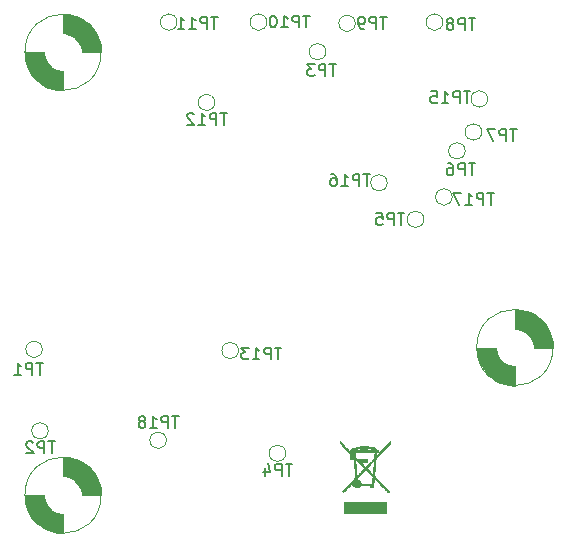
<source format=gbo>
G04 #@! TF.GenerationSoftware,KiCad,Pcbnew,6.0.9-8da3e8f707~116~ubuntu20.04.1*
G04 #@! TF.CreationDate,2023-04-19T18:10:52+00:00*
G04 #@! TF.ProjectId,LEC032002,4c454330-3332-4303-9032-2e6b69636164,rev?*
G04 #@! TF.SameCoordinates,Original*
G04 #@! TF.FileFunction,Legend,Bot*
G04 #@! TF.FilePolarity,Positive*
%FSLAX46Y46*%
G04 Gerber Fmt 4.6, Leading zero omitted, Abs format (unit mm)*
G04 Created by KiCad (PCBNEW 6.0.9-8da3e8f707~116~ubuntu20.04.1) date 2023-04-19 18:10:52*
%MOMM*%
%LPD*%
G01*
G04 APERTURE LIST*
%ADD10C,0.150000*%
%ADD11C,0.120000*%
%ADD12C,0.010000*%
G04 APERTURE END LIST*
D10*
G04 #@! TO.C,TP1*
X161061904Y-105052380D02*
X160490476Y-105052380D01*
X160776190Y-106052380D02*
X160776190Y-105052380D01*
X160157142Y-106052380D02*
X160157142Y-105052380D01*
X159776190Y-105052380D01*
X159680952Y-105100000D01*
X159633333Y-105147619D01*
X159585714Y-105242857D01*
X159585714Y-105385714D01*
X159633333Y-105480952D01*
X159680952Y-105528571D01*
X159776190Y-105576190D01*
X160157142Y-105576190D01*
X158633333Y-106052380D02*
X159204761Y-106052380D01*
X158919047Y-106052380D02*
X158919047Y-105052380D01*
X159014285Y-105195238D01*
X159109523Y-105290476D01*
X159204761Y-105338095D01*
G04 #@! TO.C,TP2*
X162061904Y-111700380D02*
X161490476Y-111700380D01*
X161776190Y-112700380D02*
X161776190Y-111700380D01*
X161157142Y-112700380D02*
X161157142Y-111700380D01*
X160776190Y-111700380D01*
X160680952Y-111748000D01*
X160633333Y-111795619D01*
X160585714Y-111890857D01*
X160585714Y-112033714D01*
X160633333Y-112128952D01*
X160680952Y-112176571D01*
X160776190Y-112224190D01*
X161157142Y-112224190D01*
X160204761Y-111795619D02*
X160157142Y-111748000D01*
X160061904Y-111700380D01*
X159823809Y-111700380D01*
X159728571Y-111748000D01*
X159680952Y-111795619D01*
X159633333Y-111890857D01*
X159633333Y-111986095D01*
X159680952Y-112128952D01*
X160252380Y-112700380D01*
X159633333Y-112700380D01*
G04 #@! TO.C,TP3*
X185861904Y-79752380D02*
X185290476Y-79752380D01*
X185576190Y-80752380D02*
X185576190Y-79752380D01*
X184957142Y-80752380D02*
X184957142Y-79752380D01*
X184576190Y-79752380D01*
X184480952Y-79800000D01*
X184433333Y-79847619D01*
X184385714Y-79942857D01*
X184385714Y-80085714D01*
X184433333Y-80180952D01*
X184480952Y-80228571D01*
X184576190Y-80276190D01*
X184957142Y-80276190D01*
X184052380Y-79752380D02*
X183433333Y-79752380D01*
X183766666Y-80133333D01*
X183623809Y-80133333D01*
X183528571Y-80180952D01*
X183480952Y-80228571D01*
X183433333Y-80323809D01*
X183433333Y-80561904D01*
X183480952Y-80657142D01*
X183528571Y-80704761D01*
X183623809Y-80752380D01*
X183909523Y-80752380D01*
X184004761Y-80704761D01*
X184052380Y-80657142D01*
G04 #@! TO.C,TP4*
X182161904Y-113600380D02*
X181590476Y-113600380D01*
X181876190Y-114600380D02*
X181876190Y-113600380D01*
X181257142Y-114600380D02*
X181257142Y-113600380D01*
X180876190Y-113600380D01*
X180780952Y-113648000D01*
X180733333Y-113695619D01*
X180685714Y-113790857D01*
X180685714Y-113933714D01*
X180733333Y-114028952D01*
X180780952Y-114076571D01*
X180876190Y-114124190D01*
X181257142Y-114124190D01*
X179828571Y-113933714D02*
X179828571Y-114600380D01*
X180066666Y-113552761D02*
X180304761Y-114267047D01*
X179685714Y-114267047D01*
G04 #@! TO.C,TP5*
X191661904Y-92352380D02*
X191090476Y-92352380D01*
X191376190Y-93352380D02*
X191376190Y-92352380D01*
X190757142Y-93352380D02*
X190757142Y-92352380D01*
X190376190Y-92352380D01*
X190280952Y-92400000D01*
X190233333Y-92447619D01*
X190185714Y-92542857D01*
X190185714Y-92685714D01*
X190233333Y-92780952D01*
X190280952Y-92828571D01*
X190376190Y-92876190D01*
X190757142Y-92876190D01*
X189280952Y-92352380D02*
X189757142Y-92352380D01*
X189804761Y-92828571D01*
X189757142Y-92780952D01*
X189661904Y-92733333D01*
X189423809Y-92733333D01*
X189328571Y-92780952D01*
X189280952Y-92828571D01*
X189233333Y-92923809D01*
X189233333Y-93161904D01*
X189280952Y-93257142D01*
X189328571Y-93304761D01*
X189423809Y-93352380D01*
X189661904Y-93352380D01*
X189757142Y-93304761D01*
X189804761Y-93257142D01*
G04 #@! TO.C,TP6*
X197661904Y-88152380D02*
X197090476Y-88152380D01*
X197376190Y-89152380D02*
X197376190Y-88152380D01*
X196757142Y-89152380D02*
X196757142Y-88152380D01*
X196376190Y-88152380D01*
X196280952Y-88200000D01*
X196233333Y-88247619D01*
X196185714Y-88342857D01*
X196185714Y-88485714D01*
X196233333Y-88580952D01*
X196280952Y-88628571D01*
X196376190Y-88676190D01*
X196757142Y-88676190D01*
X195328571Y-88152380D02*
X195519047Y-88152380D01*
X195614285Y-88200000D01*
X195661904Y-88247619D01*
X195757142Y-88390476D01*
X195804761Y-88580952D01*
X195804761Y-88961904D01*
X195757142Y-89057142D01*
X195709523Y-89104761D01*
X195614285Y-89152380D01*
X195423809Y-89152380D01*
X195328571Y-89104761D01*
X195280952Y-89057142D01*
X195233333Y-88961904D01*
X195233333Y-88723809D01*
X195280952Y-88628571D01*
X195328571Y-88580952D01*
X195423809Y-88533333D01*
X195614285Y-88533333D01*
X195709523Y-88580952D01*
X195757142Y-88628571D01*
X195804761Y-88723809D01*
G04 #@! TO.C,TP7*
X201161904Y-85252380D02*
X200590476Y-85252380D01*
X200876190Y-86252380D02*
X200876190Y-85252380D01*
X200257142Y-86252380D02*
X200257142Y-85252380D01*
X199876190Y-85252380D01*
X199780952Y-85300000D01*
X199733333Y-85347619D01*
X199685714Y-85442857D01*
X199685714Y-85585714D01*
X199733333Y-85680952D01*
X199780952Y-85728571D01*
X199876190Y-85776190D01*
X200257142Y-85776190D01*
X199352380Y-85252380D02*
X198685714Y-85252380D01*
X199114285Y-86252380D01*
G04 #@! TO.C,TP8*
X197661904Y-75852380D02*
X197090476Y-75852380D01*
X197376190Y-76852380D02*
X197376190Y-75852380D01*
X196757142Y-76852380D02*
X196757142Y-75852380D01*
X196376190Y-75852380D01*
X196280952Y-75900000D01*
X196233333Y-75947619D01*
X196185714Y-76042857D01*
X196185714Y-76185714D01*
X196233333Y-76280952D01*
X196280952Y-76328571D01*
X196376190Y-76376190D01*
X196757142Y-76376190D01*
X195614285Y-76280952D02*
X195709523Y-76233333D01*
X195757142Y-76185714D01*
X195804761Y-76090476D01*
X195804761Y-76042857D01*
X195757142Y-75947619D01*
X195709523Y-75900000D01*
X195614285Y-75852380D01*
X195423809Y-75852380D01*
X195328571Y-75900000D01*
X195280952Y-75947619D01*
X195233333Y-76042857D01*
X195233333Y-76090476D01*
X195280952Y-76185714D01*
X195328571Y-76233333D01*
X195423809Y-76280952D01*
X195614285Y-76280952D01*
X195709523Y-76328571D01*
X195757142Y-76376190D01*
X195804761Y-76471428D01*
X195804761Y-76661904D01*
X195757142Y-76757142D01*
X195709523Y-76804761D01*
X195614285Y-76852380D01*
X195423809Y-76852380D01*
X195328571Y-76804761D01*
X195280952Y-76757142D01*
X195233333Y-76661904D01*
X195233333Y-76471428D01*
X195280952Y-76376190D01*
X195328571Y-76328571D01*
X195423809Y-76280952D01*
G04 #@! TO.C,TP9*
X190161904Y-75752380D02*
X189590476Y-75752380D01*
X189876190Y-76752380D02*
X189876190Y-75752380D01*
X189257142Y-76752380D02*
X189257142Y-75752380D01*
X188876190Y-75752380D01*
X188780952Y-75800000D01*
X188733333Y-75847619D01*
X188685714Y-75942857D01*
X188685714Y-76085714D01*
X188733333Y-76180952D01*
X188780952Y-76228571D01*
X188876190Y-76276190D01*
X189257142Y-76276190D01*
X188209523Y-76752380D02*
X188019047Y-76752380D01*
X187923809Y-76704761D01*
X187876190Y-76657142D01*
X187780952Y-76514285D01*
X187733333Y-76323809D01*
X187733333Y-75942857D01*
X187780952Y-75847619D01*
X187828571Y-75800000D01*
X187923809Y-75752380D01*
X188114285Y-75752380D01*
X188209523Y-75800000D01*
X188257142Y-75847619D01*
X188304761Y-75942857D01*
X188304761Y-76180952D01*
X188257142Y-76276190D01*
X188209523Y-76323809D01*
X188114285Y-76371428D01*
X187923809Y-76371428D01*
X187828571Y-76323809D01*
X187780952Y-76276190D01*
X187733333Y-76180952D01*
G04 #@! TO.C,TP10*
X183638095Y-75652380D02*
X183066666Y-75652380D01*
X183352380Y-76652380D02*
X183352380Y-75652380D01*
X182733333Y-76652380D02*
X182733333Y-75652380D01*
X182352380Y-75652380D01*
X182257142Y-75700000D01*
X182209523Y-75747619D01*
X182161904Y-75842857D01*
X182161904Y-75985714D01*
X182209523Y-76080952D01*
X182257142Y-76128571D01*
X182352380Y-76176190D01*
X182733333Y-76176190D01*
X181209523Y-76652380D02*
X181780952Y-76652380D01*
X181495238Y-76652380D02*
X181495238Y-75652380D01*
X181590476Y-75795238D01*
X181685714Y-75890476D01*
X181780952Y-75938095D01*
X180590476Y-75652380D02*
X180495238Y-75652380D01*
X180400000Y-75700000D01*
X180352380Y-75747619D01*
X180304761Y-75842857D01*
X180257142Y-76033333D01*
X180257142Y-76271428D01*
X180304761Y-76461904D01*
X180352380Y-76557142D01*
X180400000Y-76604761D01*
X180495238Y-76652380D01*
X180590476Y-76652380D01*
X180685714Y-76604761D01*
X180733333Y-76557142D01*
X180780952Y-76461904D01*
X180828571Y-76271428D01*
X180828571Y-76033333D01*
X180780952Y-75842857D01*
X180733333Y-75747619D01*
X180685714Y-75700000D01*
X180590476Y-75652380D01*
G04 #@! TO.C,TP11*
X175838095Y-75752380D02*
X175266666Y-75752380D01*
X175552380Y-76752380D02*
X175552380Y-75752380D01*
X174933333Y-76752380D02*
X174933333Y-75752380D01*
X174552380Y-75752380D01*
X174457142Y-75800000D01*
X174409523Y-75847619D01*
X174361904Y-75942857D01*
X174361904Y-76085714D01*
X174409523Y-76180952D01*
X174457142Y-76228571D01*
X174552380Y-76276190D01*
X174933333Y-76276190D01*
X173409523Y-76752380D02*
X173980952Y-76752380D01*
X173695238Y-76752380D02*
X173695238Y-75752380D01*
X173790476Y-75895238D01*
X173885714Y-75990476D01*
X173980952Y-76038095D01*
X172457142Y-76752380D02*
X173028571Y-76752380D01*
X172742857Y-76752380D02*
X172742857Y-75752380D01*
X172838095Y-75895238D01*
X172933333Y-75990476D01*
X173028571Y-76038095D01*
G04 #@! TO.C,TP12*
X176638095Y-83900380D02*
X176066666Y-83900380D01*
X176352380Y-84900380D02*
X176352380Y-83900380D01*
X175733333Y-84900380D02*
X175733333Y-83900380D01*
X175352380Y-83900380D01*
X175257142Y-83948000D01*
X175209523Y-83995619D01*
X175161904Y-84090857D01*
X175161904Y-84233714D01*
X175209523Y-84328952D01*
X175257142Y-84376571D01*
X175352380Y-84424190D01*
X175733333Y-84424190D01*
X174209523Y-84900380D02*
X174780952Y-84900380D01*
X174495238Y-84900380D02*
X174495238Y-83900380D01*
X174590476Y-84043238D01*
X174685714Y-84138476D01*
X174780952Y-84186095D01*
X173828571Y-83995619D02*
X173780952Y-83948000D01*
X173685714Y-83900380D01*
X173447619Y-83900380D01*
X173352380Y-83948000D01*
X173304761Y-83995619D01*
X173257142Y-84090857D01*
X173257142Y-84186095D01*
X173304761Y-84328952D01*
X173876190Y-84900380D01*
X173257142Y-84900380D01*
G04 #@! TO.C,TP13*
X181238095Y-103752380D02*
X180666666Y-103752380D01*
X180952380Y-104752380D02*
X180952380Y-103752380D01*
X180333333Y-104752380D02*
X180333333Y-103752380D01*
X179952380Y-103752380D01*
X179857142Y-103800000D01*
X179809523Y-103847619D01*
X179761904Y-103942857D01*
X179761904Y-104085714D01*
X179809523Y-104180952D01*
X179857142Y-104228571D01*
X179952380Y-104276190D01*
X180333333Y-104276190D01*
X178809523Y-104752380D02*
X179380952Y-104752380D01*
X179095238Y-104752380D02*
X179095238Y-103752380D01*
X179190476Y-103895238D01*
X179285714Y-103990476D01*
X179380952Y-104038095D01*
X178476190Y-103752380D02*
X177857142Y-103752380D01*
X178190476Y-104133333D01*
X178047619Y-104133333D01*
X177952380Y-104180952D01*
X177904761Y-104228571D01*
X177857142Y-104323809D01*
X177857142Y-104561904D01*
X177904761Y-104657142D01*
X177952380Y-104704761D01*
X178047619Y-104752380D01*
X178333333Y-104752380D01*
X178428571Y-104704761D01*
X178476190Y-104657142D01*
G04 #@! TO.C,TP16*
X188738095Y-89052380D02*
X188166666Y-89052380D01*
X188452380Y-90052380D02*
X188452380Y-89052380D01*
X187833333Y-90052380D02*
X187833333Y-89052380D01*
X187452380Y-89052380D01*
X187357142Y-89100000D01*
X187309523Y-89147619D01*
X187261904Y-89242857D01*
X187261904Y-89385714D01*
X187309523Y-89480952D01*
X187357142Y-89528571D01*
X187452380Y-89576190D01*
X187833333Y-89576190D01*
X186309523Y-90052380D02*
X186880952Y-90052380D01*
X186595238Y-90052380D02*
X186595238Y-89052380D01*
X186690476Y-89195238D01*
X186785714Y-89290476D01*
X186880952Y-89338095D01*
X185452380Y-89052380D02*
X185642857Y-89052380D01*
X185738095Y-89100000D01*
X185785714Y-89147619D01*
X185880952Y-89290476D01*
X185928571Y-89480952D01*
X185928571Y-89861904D01*
X185880952Y-89957142D01*
X185833333Y-90004761D01*
X185738095Y-90052380D01*
X185547619Y-90052380D01*
X185452380Y-90004761D01*
X185404761Y-89957142D01*
X185357142Y-89861904D01*
X185357142Y-89623809D01*
X185404761Y-89528571D01*
X185452380Y-89480952D01*
X185547619Y-89433333D01*
X185738095Y-89433333D01*
X185833333Y-89480952D01*
X185880952Y-89528571D01*
X185928571Y-89623809D01*
G04 #@! TO.C,TP17*
X199238095Y-90652380D02*
X198666666Y-90652380D01*
X198952380Y-91652380D02*
X198952380Y-90652380D01*
X198333333Y-91652380D02*
X198333333Y-90652380D01*
X197952380Y-90652380D01*
X197857142Y-90700000D01*
X197809523Y-90747619D01*
X197761904Y-90842857D01*
X197761904Y-90985714D01*
X197809523Y-91080952D01*
X197857142Y-91128571D01*
X197952380Y-91176190D01*
X198333333Y-91176190D01*
X196809523Y-91652380D02*
X197380952Y-91652380D01*
X197095238Y-91652380D02*
X197095238Y-90652380D01*
X197190476Y-90795238D01*
X197285714Y-90890476D01*
X197380952Y-90938095D01*
X196476190Y-90652380D02*
X195809523Y-90652380D01*
X196238095Y-91652380D01*
G04 #@! TO.C,TP18*
X172538095Y-109552380D02*
X171966666Y-109552380D01*
X172252380Y-110552380D02*
X172252380Y-109552380D01*
X171633333Y-110552380D02*
X171633333Y-109552380D01*
X171252380Y-109552380D01*
X171157142Y-109600000D01*
X171109523Y-109647619D01*
X171061904Y-109742857D01*
X171061904Y-109885714D01*
X171109523Y-109980952D01*
X171157142Y-110028571D01*
X171252380Y-110076190D01*
X171633333Y-110076190D01*
X170109523Y-110552380D02*
X170680952Y-110552380D01*
X170395238Y-110552380D02*
X170395238Y-109552380D01*
X170490476Y-109695238D01*
X170585714Y-109790476D01*
X170680952Y-109838095D01*
X169538095Y-109980952D02*
X169633333Y-109933333D01*
X169680952Y-109885714D01*
X169728571Y-109790476D01*
X169728571Y-109742857D01*
X169680952Y-109647619D01*
X169633333Y-109600000D01*
X169538095Y-109552380D01*
X169347619Y-109552380D01*
X169252380Y-109600000D01*
X169204761Y-109647619D01*
X169157142Y-109742857D01*
X169157142Y-109790476D01*
X169204761Y-109885714D01*
X169252380Y-109933333D01*
X169347619Y-109980952D01*
X169538095Y-109980952D01*
X169633333Y-110028571D01*
X169680952Y-110076190D01*
X169728571Y-110171428D01*
X169728571Y-110361904D01*
X169680952Y-110457142D01*
X169633333Y-110504761D01*
X169538095Y-110552380D01*
X169347619Y-110552380D01*
X169252380Y-110504761D01*
X169204761Y-110457142D01*
X169157142Y-110361904D01*
X169157142Y-110171428D01*
X169204761Y-110076190D01*
X169252380Y-110028571D01*
X169347619Y-109980952D01*
G04 #@! TO.C,TP15*
X197238095Y-82052380D02*
X196666666Y-82052380D01*
X196952380Y-83052380D02*
X196952380Y-82052380D01*
X196333333Y-83052380D02*
X196333333Y-82052380D01*
X195952380Y-82052380D01*
X195857142Y-82100000D01*
X195809523Y-82147619D01*
X195761904Y-82242857D01*
X195761904Y-82385714D01*
X195809523Y-82480952D01*
X195857142Y-82528571D01*
X195952380Y-82576190D01*
X196333333Y-82576190D01*
X194809523Y-83052380D02*
X195380952Y-83052380D01*
X195095238Y-83052380D02*
X195095238Y-82052380D01*
X195190476Y-82195238D01*
X195285714Y-82290476D01*
X195380952Y-82338095D01*
X193904761Y-82052380D02*
X194380952Y-82052380D01*
X194428571Y-82528571D01*
X194380952Y-82480952D01*
X194285714Y-82433333D01*
X194047619Y-82433333D01*
X193952380Y-82480952D01*
X193904761Y-82528571D01*
X193857142Y-82623809D01*
X193857142Y-82861904D01*
X193904761Y-82957142D01*
X193952380Y-83004761D01*
X194047619Y-83052380D01*
X194285714Y-83052380D01*
X194380952Y-83004761D01*
X194428571Y-82957142D01*
D11*
G04 #@! TO.C,H3*
X165974903Y-116250000D02*
G75*
G03*
X165974903Y-116250000I-3224903J0D01*
G01*
G36*
X163250000Y-113050000D02*
G01*
X164250000Y-113350000D01*
X165050000Y-113950000D01*
X165550000Y-114650000D01*
X165850000Y-115350000D01*
X165950000Y-115750000D01*
X165950000Y-116250000D01*
X164350000Y-116250000D01*
X164350000Y-116150000D01*
X164250000Y-115750000D01*
X164050000Y-115350000D01*
X163650000Y-114950000D01*
X163250000Y-114750000D01*
X162850000Y-114650000D01*
X162750000Y-114650000D01*
X162750000Y-113025097D01*
X163250000Y-113050000D01*
G37*
D12*
X163250000Y-113050000D02*
X164250000Y-113350000D01*
X165050000Y-113950000D01*
X165550000Y-114650000D01*
X165850000Y-115350000D01*
X165950000Y-115750000D01*
X165950000Y-116250000D01*
X164350000Y-116250000D01*
X164350000Y-116150000D01*
X164250000Y-115750000D01*
X164050000Y-115350000D01*
X163650000Y-114950000D01*
X163250000Y-114750000D01*
X162850000Y-114650000D01*
X162750000Y-114650000D01*
X162750000Y-113025097D01*
X163250000Y-113050000D01*
G36*
X161150000Y-116350000D02*
G01*
X161250000Y-116750000D01*
X161450000Y-117150000D01*
X161850000Y-117550000D01*
X162250000Y-117750000D01*
X162650000Y-117850000D01*
X162750000Y-117850000D01*
X162750000Y-119474903D01*
X162250000Y-119450000D01*
X161250000Y-119150000D01*
X160450000Y-118550000D01*
X159950000Y-117850000D01*
X159650000Y-117150000D01*
X159550000Y-116750000D01*
X159550000Y-116250000D01*
X161150000Y-116250000D01*
X161150000Y-116350000D01*
G37*
X161150000Y-116350000D02*
X161250000Y-116750000D01*
X161450000Y-117150000D01*
X161850000Y-117550000D01*
X162250000Y-117750000D01*
X162650000Y-117850000D01*
X162750000Y-117850000D01*
X162750000Y-119474903D01*
X162250000Y-119450000D01*
X161250000Y-119150000D01*
X160450000Y-118550000D01*
X159950000Y-117850000D01*
X159650000Y-117150000D01*
X159550000Y-116750000D01*
X159550000Y-116250000D01*
X161150000Y-116250000D01*
X161150000Y-116350000D01*
D11*
G04 #@! TO.C,H1*
X165974903Y-78750000D02*
G75*
G03*
X165974903Y-78750000I-3224903J0D01*
G01*
G36*
X161150000Y-78850000D02*
G01*
X161250000Y-79250000D01*
X161450000Y-79650000D01*
X161850000Y-80050000D01*
X162250000Y-80250000D01*
X162650000Y-80350000D01*
X162750000Y-80350000D01*
X162750000Y-81974903D01*
X162250000Y-81950000D01*
X161250000Y-81650000D01*
X160450000Y-81050000D01*
X159950000Y-80350000D01*
X159650000Y-79650000D01*
X159550000Y-79250000D01*
X159550000Y-78750000D01*
X161150000Y-78750000D01*
X161150000Y-78850000D01*
G37*
D12*
X161150000Y-78850000D02*
X161250000Y-79250000D01*
X161450000Y-79650000D01*
X161850000Y-80050000D01*
X162250000Y-80250000D01*
X162650000Y-80350000D01*
X162750000Y-80350000D01*
X162750000Y-81974903D01*
X162250000Y-81950000D01*
X161250000Y-81650000D01*
X160450000Y-81050000D01*
X159950000Y-80350000D01*
X159650000Y-79650000D01*
X159550000Y-79250000D01*
X159550000Y-78750000D01*
X161150000Y-78750000D01*
X161150000Y-78850000D01*
G36*
X163250000Y-75550000D02*
G01*
X164250000Y-75850000D01*
X165050000Y-76450000D01*
X165550000Y-77150000D01*
X165850000Y-77850000D01*
X165950000Y-78250000D01*
X165950000Y-78750000D01*
X164350000Y-78750000D01*
X164350000Y-78650000D01*
X164250000Y-78250000D01*
X164050000Y-77850000D01*
X163650000Y-77450000D01*
X163250000Y-77250000D01*
X162850000Y-77150000D01*
X162750000Y-77150000D01*
X162750000Y-75525097D01*
X163250000Y-75550000D01*
G37*
X163250000Y-75550000D02*
X164250000Y-75850000D01*
X165050000Y-76450000D01*
X165550000Y-77150000D01*
X165850000Y-77850000D01*
X165950000Y-78250000D01*
X165950000Y-78750000D01*
X164350000Y-78750000D01*
X164350000Y-78650000D01*
X164250000Y-78250000D01*
X164050000Y-77850000D01*
X163650000Y-77450000D01*
X163250000Y-77250000D01*
X162850000Y-77150000D01*
X162750000Y-77150000D01*
X162750000Y-75525097D01*
X163250000Y-75550000D01*
D11*
G04 #@! TO.C,H2*
X204224903Y-103750000D02*
G75*
G03*
X204224903Y-103750000I-3224903J0D01*
G01*
G36*
X199400000Y-103850000D02*
G01*
X199500000Y-104250000D01*
X199700000Y-104650000D01*
X200100000Y-105050000D01*
X200500000Y-105250000D01*
X200900000Y-105350000D01*
X201000000Y-105350000D01*
X201000000Y-106974903D01*
X200500000Y-106950000D01*
X199500000Y-106650000D01*
X198700000Y-106050000D01*
X198200000Y-105350000D01*
X197900000Y-104650000D01*
X197800000Y-104250000D01*
X197800000Y-103750000D01*
X199400000Y-103750000D01*
X199400000Y-103850000D01*
G37*
D12*
X199400000Y-103850000D02*
X199500000Y-104250000D01*
X199700000Y-104650000D01*
X200100000Y-105050000D01*
X200500000Y-105250000D01*
X200900000Y-105350000D01*
X201000000Y-105350000D01*
X201000000Y-106974903D01*
X200500000Y-106950000D01*
X199500000Y-106650000D01*
X198700000Y-106050000D01*
X198200000Y-105350000D01*
X197900000Y-104650000D01*
X197800000Y-104250000D01*
X197800000Y-103750000D01*
X199400000Y-103750000D01*
X199400000Y-103850000D01*
G36*
X201500000Y-100550000D02*
G01*
X202500000Y-100850000D01*
X203300000Y-101450000D01*
X203800000Y-102150000D01*
X204100000Y-102850000D01*
X204200000Y-103250000D01*
X204200000Y-103750000D01*
X202600000Y-103750000D01*
X202600000Y-103650000D01*
X202500000Y-103250000D01*
X202300000Y-102850000D01*
X201900000Y-102450000D01*
X201500000Y-102250000D01*
X201100000Y-102150000D01*
X201000000Y-102150000D01*
X201000000Y-100525097D01*
X201500000Y-100550000D01*
G37*
X201500000Y-100550000D02*
X202500000Y-100850000D01*
X203300000Y-101450000D01*
X203800000Y-102150000D01*
X204100000Y-102850000D01*
X204200000Y-103250000D01*
X204200000Y-103750000D01*
X202600000Y-103750000D01*
X202600000Y-103650000D01*
X202500000Y-103250000D01*
X202300000Y-102850000D01*
X201900000Y-102450000D01*
X201500000Y-102250000D01*
X201100000Y-102150000D01*
X201000000Y-102150000D01*
X201000000Y-100525097D01*
X201500000Y-100550000D01*
D11*
G04 #@! TO.C,TP1*
X161000000Y-103900000D02*
G75*
G03*
X161000000Y-103900000I-700000J0D01*
G01*
G04 #@! TO.C,TP2*
X161500000Y-110800000D02*
G75*
G03*
X161500000Y-110800000I-700000J0D01*
G01*
G04 #@! TO.C,TP3*
X185000000Y-78700000D02*
G75*
G03*
X185000000Y-78700000I-700000J0D01*
G01*
G04 #@! TO.C,TP4*
X181600000Y-112700000D02*
G75*
G03*
X181600000Y-112700000I-700000J0D01*
G01*
G04 #@! TO.C,TP5*
X193300000Y-92900000D02*
G75*
G03*
X193300000Y-92900000I-700000J0D01*
G01*
G04 #@! TO.C,TP6*
X196800000Y-87100000D02*
G75*
G03*
X196800000Y-87100000I-700000J0D01*
G01*
G04 #@! TO.C,TP7*
X198200000Y-85500000D02*
G75*
G03*
X198200000Y-85500000I-700000J0D01*
G01*
G04 #@! TO.C,TP8*
X194900000Y-76200000D02*
G75*
G03*
X194900000Y-76200000I-700000J0D01*
G01*
G04 #@! TO.C,TP9*
X187500000Y-76300000D02*
G75*
G03*
X187500000Y-76300000I-700000J0D01*
G01*
G04 #@! TO.C,TP10*
X180000000Y-76200000D02*
G75*
G03*
X180000000Y-76200000I-700000J0D01*
G01*
G04 #@! TO.C,TP11*
X172400000Y-76200000D02*
G75*
G03*
X172400000Y-76200000I-700000J0D01*
G01*
G04 #@! TO.C,TP12*
X175600000Y-83000000D02*
G75*
G03*
X175600000Y-83000000I-700000J0D01*
G01*
G04 #@! TO.C,TP13*
X177600000Y-104000000D02*
G75*
G03*
X177600000Y-104000000I-700000J0D01*
G01*
G04 #@! TO.C,TP16*
X190200000Y-89800000D02*
G75*
G03*
X190200000Y-89800000I-700000J0D01*
G01*
G04 #@! TO.C,TP17*
X195700000Y-91000000D02*
G75*
G03*
X195700000Y-91000000I-700000J0D01*
G01*
G04 #@! TO.C,TP18*
X171500000Y-111600000D02*
G75*
G03*
X171500000Y-111600000I-700000J0D01*
G01*
G04 #@! TO.C,TP15*
X198700000Y-82700000D02*
G75*
G03*
X198700000Y-82700000I-700000J0D01*
G01*
G04 #@! TO.C,REF\u002A\u002A*
G36*
X189311662Y-112460696D02*
G01*
X189351314Y-112461782D01*
X189419109Y-112461782D01*
X189419109Y-112574951D01*
X189259577Y-112574951D01*
X189244682Y-112752732D01*
X189242682Y-112777037D01*
X189238023Y-112837880D01*
X189234731Y-112887389D01*
X189233092Y-112920992D01*
X189233390Y-112934116D01*
X189237724Y-112930343D01*
X189257496Y-112910676D01*
X189291679Y-112875818D01*
X189338541Y-112827576D01*
X189396354Y-112767757D01*
X189463387Y-112698167D01*
X189537912Y-112620615D01*
X189618197Y-112536907D01*
X189702513Y-112448849D01*
X189789130Y-112358250D01*
X189876319Y-112266915D01*
X189962349Y-112176653D01*
X190045492Y-112089269D01*
X190124016Y-112006572D01*
X190196192Y-111930368D01*
X190260291Y-111862463D01*
X190314583Y-111804666D01*
X190411592Y-111701040D01*
X190412034Y-111789315D01*
X190412475Y-111877589D01*
X189811938Y-112509158D01*
X189211401Y-113140726D01*
X189199396Y-113284674D01*
X189151365Y-113860635D01*
X189142876Y-113962791D01*
X189132343Y-114090612D01*
X189122621Y-114209767D01*
X189113898Y-114317914D01*
X189106358Y-114412713D01*
X189100187Y-114491819D01*
X189095573Y-114552892D01*
X189092700Y-114593590D01*
X189091754Y-114611570D01*
X189094251Y-114619808D01*
X189105471Y-114637599D01*
X189126751Y-114664411D01*
X189137021Y-114676129D01*
X189159225Y-114701466D01*
X189204023Y-114749986D01*
X189262281Y-114811192D01*
X189335129Y-114886307D01*
X189423703Y-114976550D01*
X189529134Y-115083145D01*
X189598492Y-115153093D01*
X189695179Y-115250658D01*
X189791526Y-115347941D01*
X189884638Y-115442014D01*
X189971618Y-115529950D01*
X190049569Y-115608820D01*
X190115596Y-115675699D01*
X190166802Y-115727658D01*
X190367514Y-115931620D01*
X190331058Y-115969671D01*
X190322460Y-115978245D01*
X190297095Y-115999297D01*
X190279695Y-116007723D01*
X190266071Y-116000530D01*
X190240743Y-115978944D01*
X190210379Y-115947995D01*
X190191896Y-115928448D01*
X190157427Y-115892752D01*
X190108712Y-115842684D01*
X190047469Y-115780001D01*
X189975420Y-115706457D01*
X189894285Y-115623810D01*
X189805784Y-115533815D01*
X189711637Y-115438228D01*
X189613565Y-115338805D01*
X189071161Y-114789343D01*
X189049066Y-115074746D01*
X189044250Y-115135662D01*
X189037216Y-115217548D01*
X189030872Y-115279569D01*
X189024748Y-115324987D01*
X189018373Y-115357062D01*
X189011277Y-115379052D01*
X189002991Y-115394219D01*
X188991393Y-115415416D01*
X188981850Y-115454386D01*
X188979010Y-115510531D01*
X188979010Y-115592773D01*
X188752674Y-115592773D01*
X188752674Y-115416733D01*
X187907082Y-115416733D01*
X187858203Y-115472262D01*
X187844836Y-115486722D01*
X187772388Y-115544813D01*
X187690532Y-115580576D01*
X187601900Y-115592773D01*
X187523692Y-115586306D01*
X187435233Y-115559047D01*
X187359507Y-115510328D01*
X187344748Y-115496403D01*
X187307864Y-115451328D01*
X187275503Y-115398819D01*
X187252297Y-115347061D01*
X187242879Y-115304239D01*
X187242697Y-115298023D01*
X187241342Y-115275246D01*
X187237800Y-115259513D01*
X187230390Y-115252068D01*
X187217431Y-115254156D01*
X187197243Y-115267020D01*
X187168145Y-115291905D01*
X187128456Y-115330053D01*
X187076496Y-115382710D01*
X187010584Y-115451119D01*
X186929040Y-115536524D01*
X186885604Y-115582112D01*
X186813000Y-115658441D01*
X186744309Y-115730808D01*
X186682223Y-115796366D01*
X186629434Y-115852274D01*
X186588634Y-115895686D01*
X186562515Y-115923758D01*
X186491119Y-116001436D01*
X186402863Y-115913416D01*
X186948690Y-115341287D01*
X186983105Y-115305188D01*
X187105546Y-115176272D01*
X187210651Y-115064754D01*
X187298736Y-114970288D01*
X187370116Y-114892529D01*
X187420588Y-114836174D01*
X187627247Y-114836174D01*
X187628872Y-114849434D01*
X187629156Y-114850819D01*
X187642698Y-114882228D01*
X187669748Y-114896863D01*
X187753129Y-114928063D01*
X187827418Y-114980038D01*
X187885846Y-115048791D01*
X187925890Y-115131315D01*
X187945026Y-115224606D01*
X187951364Y-115303565D01*
X188900838Y-115303565D01*
X188907458Y-115275273D01*
X188908629Y-115268329D01*
X188912268Y-115237281D01*
X188917234Y-115187081D01*
X188923157Y-115121727D01*
X188929669Y-115045219D01*
X188936401Y-114961555D01*
X188958724Y-114676129D01*
X188657826Y-114370565D01*
X188602636Y-114314704D01*
X188535109Y-114246888D01*
X188474529Y-114186643D01*
X188423021Y-114136052D01*
X188382710Y-114097200D01*
X188355722Y-114072170D01*
X188344182Y-114063046D01*
X188336444Y-114067405D01*
X188313395Y-114087241D01*
X188278709Y-114120375D01*
X188235487Y-114163820D01*
X188186832Y-114214587D01*
X188174140Y-114228051D01*
X188117229Y-114288275D01*
X188049414Y-114359864D01*
X187975800Y-114437437D01*
X187901493Y-114515611D01*
X187831599Y-114589005D01*
X187827401Y-114593409D01*
X187762420Y-114661785D01*
X187712836Y-114714732D01*
X187676688Y-114754767D01*
X187652016Y-114784411D01*
X187636858Y-114806181D01*
X187629256Y-114822595D01*
X187627247Y-114836174D01*
X187420588Y-114836174D01*
X187425105Y-114831131D01*
X187464019Y-114785748D01*
X187487173Y-114756035D01*
X187494882Y-114741644D01*
X187494883Y-114741559D01*
X187493825Y-114723624D01*
X187490737Y-114683421D01*
X187485858Y-114623687D01*
X187479432Y-114547158D01*
X187471700Y-114456569D01*
X187462905Y-114354657D01*
X187453287Y-114244159D01*
X187443091Y-114127811D01*
X187432556Y-114008348D01*
X187421926Y-113888507D01*
X187411442Y-113771025D01*
X187401346Y-113658637D01*
X187391881Y-113554081D01*
X187383288Y-113460091D01*
X187375809Y-113379405D01*
X187369687Y-113314759D01*
X187365162Y-113268888D01*
X187362478Y-113244530D01*
X187357067Y-113203732D01*
X187486253Y-113203732D01*
X187487908Y-113234653D01*
X187491549Y-113286653D01*
X187496995Y-113357487D01*
X187504063Y-113444911D01*
X187512570Y-113546681D01*
X187522335Y-113660552D01*
X187533174Y-113784279D01*
X187544907Y-113915618D01*
X187554079Y-114016908D01*
X187565566Y-114142526D01*
X187576322Y-114258762D01*
X187586131Y-114363380D01*
X187594781Y-114454140D01*
X187602057Y-114528804D01*
X187607746Y-114585134D01*
X187611634Y-114620891D01*
X187613506Y-114633837D01*
X187619188Y-114629826D01*
X187640020Y-114610138D01*
X187673872Y-114576322D01*
X187718412Y-114530837D01*
X187771310Y-114476146D01*
X187830236Y-114414710D01*
X187892858Y-114348990D01*
X187956848Y-114281449D01*
X188019874Y-114214547D01*
X188079606Y-114150746D01*
X188133713Y-114092507D01*
X188179865Y-114042292D01*
X188215733Y-114002563D01*
X188238984Y-113975780D01*
X188245778Y-113966477D01*
X188427601Y-113966477D01*
X188703305Y-114241968D01*
X188770726Y-114309224D01*
X188834267Y-114372162D01*
X188883490Y-114420100D01*
X188920196Y-114454594D01*
X188946190Y-114477199D01*
X188963276Y-114489471D01*
X188973256Y-114492966D01*
X188977935Y-114489238D01*
X188979116Y-114479844D01*
X188979873Y-114464749D01*
X188982601Y-114425883D01*
X188987108Y-114366895D01*
X188993179Y-114290473D01*
X189000596Y-114199305D01*
X189009142Y-114096080D01*
X189018602Y-113983483D01*
X189028758Y-113864205D01*
X189037723Y-113759077D01*
X189047066Y-113648351D01*
X189055443Y-113547814D01*
X189062653Y-113459943D01*
X189068496Y-113387215D01*
X189072769Y-113332110D01*
X189075273Y-113297104D01*
X189075805Y-113284674D01*
X189075384Y-113284908D01*
X189063509Y-113296350D01*
X189037130Y-113323198D01*
X188998570Y-113363018D01*
X188950153Y-113413372D01*
X188894203Y-113471828D01*
X188833042Y-113535948D01*
X188768995Y-113603298D01*
X188704385Y-113671443D01*
X188641535Y-113737948D01*
X188582768Y-113800377D01*
X188530409Y-113856295D01*
X188429533Y-113964406D01*
X188427601Y-113966477D01*
X188245778Y-113966477D01*
X188247290Y-113964406D01*
X188239148Y-113953383D01*
X188215478Y-113926999D01*
X188178478Y-113887527D01*
X188130350Y-113837191D01*
X188073296Y-113778217D01*
X188009520Y-113712830D01*
X187941222Y-113643255D01*
X187870605Y-113571716D01*
X187799871Y-113500438D01*
X187731222Y-113431647D01*
X187666861Y-113367566D01*
X187608989Y-113310422D01*
X187559810Y-113262439D01*
X187521524Y-113225841D01*
X187496334Y-113202854D01*
X187486442Y-113195703D01*
X187486253Y-113203732D01*
X187357067Y-113203732D01*
X187355390Y-113191089D01*
X187080297Y-113191089D01*
X187080140Y-113090495D01*
X187180891Y-113090495D01*
X187262624Y-113090495D01*
X187269895Y-113090489D01*
X187310950Y-113089613D01*
X187333277Y-113085867D01*
X187342529Y-113077270D01*
X187344357Y-113061840D01*
X187336306Y-113039159D01*
X187308730Y-113001428D01*
X187262624Y-112952179D01*
X187180891Y-112871172D01*
X187180891Y-113090495D01*
X187080140Y-113090495D01*
X187079968Y-112980471D01*
X187079639Y-112769852D01*
X186627914Y-112310891D01*
X186176189Y-111851931D01*
X186175570Y-111764848D01*
X186174951Y-111677767D01*
X186716769Y-112226952D01*
X186769137Y-112279998D01*
X186877803Y-112389772D01*
X186970709Y-112483114D01*
X187049055Y-112561173D01*
X187114043Y-112625097D01*
X187166872Y-112676035D01*
X187208743Y-112715135D01*
X187240855Y-112743548D01*
X187264410Y-112762420D01*
X187280608Y-112772901D01*
X187290649Y-112776139D01*
X187307579Y-112775158D01*
X187317084Y-112767996D01*
X187318723Y-112748401D01*
X187314782Y-112710124D01*
X187312065Y-112686025D01*
X187308284Y-112645744D01*
X187306760Y-112618961D01*
X187306015Y-112609728D01*
X187298746Y-112599839D01*
X187278668Y-112596562D01*
X187239689Y-112597992D01*
X187229737Y-112598553D01*
X187189898Y-112597921D01*
X187161560Y-112589167D01*
X187141586Y-112574951D01*
X187424852Y-112574951D01*
X187429013Y-112622104D01*
X187430935Y-112643498D01*
X187436924Y-112701909D01*
X187442826Y-112740381D01*
X187449727Y-112762912D01*
X187458712Y-112773498D01*
X187470870Y-112776139D01*
X187481801Y-112777937D01*
X187489050Y-112786530D01*
X187493100Y-112806505D01*
X187494863Y-112842450D01*
X187495248Y-112898952D01*
X187495248Y-113021766D01*
X187535447Y-113061840D01*
X187633565Y-113159654D01*
X187771881Y-113297542D01*
X187771881Y-113191089D01*
X188526337Y-113191089D01*
X188526337Y-113430000D01*
X187907831Y-113430000D01*
X188117592Y-113646906D01*
X188157770Y-113688334D01*
X188213328Y-113745200D01*
X188261570Y-113794082D01*
X188299971Y-113832441D01*
X188326003Y-113857741D01*
X188337140Y-113867442D01*
X188341373Y-113864767D01*
X188361224Y-113846782D01*
X188395451Y-113813481D01*
X188442227Y-113766712D01*
X188499724Y-113708325D01*
X188566112Y-113640169D01*
X188639564Y-113564094D01*
X188718251Y-113481950D01*
X188797341Y-113398943D01*
X188874871Y-113317136D01*
X188937746Y-113250083D01*
X188987502Y-113196007D01*
X189025678Y-113153129D01*
X189053811Y-113119673D01*
X189073440Y-113093861D01*
X189086101Y-113073914D01*
X189093334Y-113058056D01*
X189096675Y-113044509D01*
X189097561Y-113037910D01*
X189101488Y-113001548D01*
X189106459Y-112948018D01*
X189111927Y-112883421D01*
X189117344Y-112813862D01*
X189119181Y-112789635D01*
X189124488Y-112724178D01*
X189129548Y-112667717D01*
X189133863Y-112625618D01*
X189136934Y-112603243D01*
X189142955Y-112574951D01*
X187424852Y-112574951D01*
X187141586Y-112574951D01*
X187133630Y-112569289D01*
X187128820Y-112565104D01*
X187089482Y-112514427D01*
X187073903Y-112461782D01*
X187414698Y-112461782D01*
X188829221Y-112461782D01*
X189041881Y-112461782D01*
X189098908Y-112461782D01*
X189115993Y-112461662D01*
X189141308Y-112459462D01*
X189148616Y-112452334D01*
X189142943Y-112437508D01*
X189141267Y-112434682D01*
X189122448Y-112412944D01*
X189095183Y-112388820D01*
X189067987Y-112369254D01*
X189049371Y-112361188D01*
X189047697Y-112362463D01*
X189043544Y-112379976D01*
X189041881Y-112411485D01*
X189041881Y-112461782D01*
X188829221Y-112461782D01*
X188825526Y-112371095D01*
X188821832Y-112280407D01*
X188746386Y-112265252D01*
X188708551Y-112258379D01*
X188645368Y-112248756D01*
X188586065Y-112241496D01*
X188501188Y-112232893D01*
X188501188Y-112336040D01*
X187922773Y-112336040D01*
X187922773Y-112245122D01*
X187850471Y-112253753D01*
X187739998Y-112272249D01*
X187628816Y-112305691D01*
X187536850Y-112352324D01*
X187462542Y-112412786D01*
X187414698Y-112461782D01*
X187073903Y-112461782D01*
X187072172Y-112455934D01*
X187077474Y-112394575D01*
X187105975Y-112335297D01*
X187108733Y-112331606D01*
X187146822Y-112299851D01*
X187196476Y-112281067D01*
X187250002Y-112276071D01*
X187299707Y-112285678D01*
X187337900Y-112310704D01*
X187350831Y-112323480D01*
X187363428Y-112326576D01*
X187381467Y-112316998D01*
X187411928Y-112293082D01*
X187421274Y-112285731D01*
X187493430Y-112239339D01*
X187578915Y-112198084D01*
X187648830Y-112172575D01*
X188023367Y-112172575D01*
X188023367Y-112235446D01*
X188400594Y-112235446D01*
X188400594Y-112172575D01*
X188023367Y-112172575D01*
X187648830Y-112172575D01*
X187669767Y-112164936D01*
X187758027Y-112142868D01*
X187835736Y-112134852D01*
X187843991Y-112134788D01*
X187889879Y-112130321D01*
X187915079Y-112117795D01*
X187922773Y-112095784D01*
X187923676Y-112088849D01*
X187928615Y-112082885D01*
X187940611Y-112078519D01*
X187962680Y-112075503D01*
X187997836Y-112073590D01*
X188049094Y-112072530D01*
X188119471Y-112072077D01*
X188211980Y-112071980D01*
X188298660Y-112072150D01*
X188372332Y-112072834D01*
X188426265Y-112074215D01*
X188463288Y-112076470D01*
X188486230Y-112079778D01*
X188497920Y-112084320D01*
X188501188Y-112090272D01*
X188511937Y-112104888D01*
X188542055Y-112114215D01*
X188553582Y-112115847D01*
X188592886Y-112121591D01*
X188645188Y-112129378D01*
X188702376Y-112138003D01*
X188733916Y-112142393D01*
X188780074Y-112147148D01*
X188812641Y-112148295D01*
X188826023Y-112145495D01*
X188828308Y-112143671D01*
X188849405Y-112139165D01*
X188887355Y-112136029D01*
X188936048Y-112134852D01*
X189041881Y-112134852D01*
X189041894Y-112172575D01*
X189041894Y-112175718D01*
X189042388Y-112188668D01*
X189048819Y-112210411D01*
X189067123Y-112228851D01*
X189102830Y-112250801D01*
X189134174Y-112270854D01*
X189181893Y-112309356D01*
X189225138Y-112352579D01*
X189258219Y-112394627D01*
X189275442Y-112429604D01*
X189279662Y-112443081D01*
X189287480Y-112452334D01*
X189290116Y-112455454D01*
X189311662Y-112460696D01*
G37*
D12*
X189311662Y-112460696D02*
X189351314Y-112461782D01*
X189419109Y-112461782D01*
X189419109Y-112574951D01*
X189259577Y-112574951D01*
X189244682Y-112752732D01*
X189242682Y-112777037D01*
X189238023Y-112837880D01*
X189234731Y-112887389D01*
X189233092Y-112920992D01*
X189233390Y-112934116D01*
X189237724Y-112930343D01*
X189257496Y-112910676D01*
X189291679Y-112875818D01*
X189338541Y-112827576D01*
X189396354Y-112767757D01*
X189463387Y-112698167D01*
X189537912Y-112620615D01*
X189618197Y-112536907D01*
X189702513Y-112448849D01*
X189789130Y-112358250D01*
X189876319Y-112266915D01*
X189962349Y-112176653D01*
X190045492Y-112089269D01*
X190124016Y-112006572D01*
X190196192Y-111930368D01*
X190260291Y-111862463D01*
X190314583Y-111804666D01*
X190411592Y-111701040D01*
X190412034Y-111789315D01*
X190412475Y-111877589D01*
X189811938Y-112509158D01*
X189211401Y-113140726D01*
X189199396Y-113284674D01*
X189151365Y-113860635D01*
X189142876Y-113962791D01*
X189132343Y-114090612D01*
X189122621Y-114209767D01*
X189113898Y-114317914D01*
X189106358Y-114412713D01*
X189100187Y-114491819D01*
X189095573Y-114552892D01*
X189092700Y-114593590D01*
X189091754Y-114611570D01*
X189094251Y-114619808D01*
X189105471Y-114637599D01*
X189126751Y-114664411D01*
X189137021Y-114676129D01*
X189159225Y-114701466D01*
X189204023Y-114749986D01*
X189262281Y-114811192D01*
X189335129Y-114886307D01*
X189423703Y-114976550D01*
X189529134Y-115083145D01*
X189598492Y-115153093D01*
X189695179Y-115250658D01*
X189791526Y-115347941D01*
X189884638Y-115442014D01*
X189971618Y-115529950D01*
X190049569Y-115608820D01*
X190115596Y-115675699D01*
X190166802Y-115727658D01*
X190367514Y-115931620D01*
X190331058Y-115969671D01*
X190322460Y-115978245D01*
X190297095Y-115999297D01*
X190279695Y-116007723D01*
X190266071Y-116000530D01*
X190240743Y-115978944D01*
X190210379Y-115947995D01*
X190191896Y-115928448D01*
X190157427Y-115892752D01*
X190108712Y-115842684D01*
X190047469Y-115780001D01*
X189975420Y-115706457D01*
X189894285Y-115623810D01*
X189805784Y-115533815D01*
X189711637Y-115438228D01*
X189613565Y-115338805D01*
X189071161Y-114789343D01*
X189049066Y-115074746D01*
X189044250Y-115135662D01*
X189037216Y-115217548D01*
X189030872Y-115279569D01*
X189024748Y-115324987D01*
X189018373Y-115357062D01*
X189011277Y-115379052D01*
X189002991Y-115394219D01*
X188991393Y-115415416D01*
X188981850Y-115454386D01*
X188979010Y-115510531D01*
X188979010Y-115592773D01*
X188752674Y-115592773D01*
X188752674Y-115416733D01*
X187907082Y-115416733D01*
X187858203Y-115472262D01*
X187844836Y-115486722D01*
X187772388Y-115544813D01*
X187690532Y-115580576D01*
X187601900Y-115592773D01*
X187523692Y-115586306D01*
X187435233Y-115559047D01*
X187359507Y-115510328D01*
X187344748Y-115496403D01*
X187307864Y-115451328D01*
X187275503Y-115398819D01*
X187252297Y-115347061D01*
X187242879Y-115304239D01*
X187242697Y-115298023D01*
X187241342Y-115275246D01*
X187237800Y-115259513D01*
X187230390Y-115252068D01*
X187217431Y-115254156D01*
X187197243Y-115267020D01*
X187168145Y-115291905D01*
X187128456Y-115330053D01*
X187076496Y-115382710D01*
X187010584Y-115451119D01*
X186929040Y-115536524D01*
X186885604Y-115582112D01*
X186813000Y-115658441D01*
X186744309Y-115730808D01*
X186682223Y-115796366D01*
X186629434Y-115852274D01*
X186588634Y-115895686D01*
X186562515Y-115923758D01*
X186491119Y-116001436D01*
X186402863Y-115913416D01*
X186948690Y-115341287D01*
X186983105Y-115305188D01*
X187105546Y-115176272D01*
X187210651Y-115064754D01*
X187298736Y-114970288D01*
X187370116Y-114892529D01*
X187420588Y-114836174D01*
X187627247Y-114836174D01*
X187628872Y-114849434D01*
X187629156Y-114850819D01*
X187642698Y-114882228D01*
X187669748Y-114896863D01*
X187753129Y-114928063D01*
X187827418Y-114980038D01*
X187885846Y-115048791D01*
X187925890Y-115131315D01*
X187945026Y-115224606D01*
X187951364Y-115303565D01*
X188900838Y-115303565D01*
X188907458Y-115275273D01*
X188908629Y-115268329D01*
X188912268Y-115237281D01*
X188917234Y-115187081D01*
X188923157Y-115121727D01*
X188929669Y-115045219D01*
X188936401Y-114961555D01*
X188958724Y-114676129D01*
X188657826Y-114370565D01*
X188602636Y-114314704D01*
X188535109Y-114246888D01*
X188474529Y-114186643D01*
X188423021Y-114136052D01*
X188382710Y-114097200D01*
X188355722Y-114072170D01*
X188344182Y-114063046D01*
X188336444Y-114067405D01*
X188313395Y-114087241D01*
X188278709Y-114120375D01*
X188235487Y-114163820D01*
X188186832Y-114214587D01*
X188174140Y-114228051D01*
X188117229Y-114288275D01*
X188049414Y-114359864D01*
X187975800Y-114437437D01*
X187901493Y-114515611D01*
X187831599Y-114589005D01*
X187827401Y-114593409D01*
X187762420Y-114661785D01*
X187712836Y-114714732D01*
X187676688Y-114754767D01*
X187652016Y-114784411D01*
X187636858Y-114806181D01*
X187629256Y-114822595D01*
X187627247Y-114836174D01*
X187420588Y-114836174D01*
X187425105Y-114831131D01*
X187464019Y-114785748D01*
X187487173Y-114756035D01*
X187494882Y-114741644D01*
X187494883Y-114741559D01*
X187493825Y-114723624D01*
X187490737Y-114683421D01*
X187485858Y-114623687D01*
X187479432Y-114547158D01*
X187471700Y-114456569D01*
X187462905Y-114354657D01*
X187453287Y-114244159D01*
X187443091Y-114127811D01*
X187432556Y-114008348D01*
X187421926Y-113888507D01*
X187411442Y-113771025D01*
X187401346Y-113658637D01*
X187391881Y-113554081D01*
X187383288Y-113460091D01*
X187375809Y-113379405D01*
X187369687Y-113314759D01*
X187365162Y-113268888D01*
X187362478Y-113244530D01*
X187357067Y-113203732D01*
X187486253Y-113203732D01*
X187487908Y-113234653D01*
X187491549Y-113286653D01*
X187496995Y-113357487D01*
X187504063Y-113444911D01*
X187512570Y-113546681D01*
X187522335Y-113660552D01*
X187533174Y-113784279D01*
X187544907Y-113915618D01*
X187554079Y-114016908D01*
X187565566Y-114142526D01*
X187576322Y-114258762D01*
X187586131Y-114363380D01*
X187594781Y-114454140D01*
X187602057Y-114528804D01*
X187607746Y-114585134D01*
X187611634Y-114620891D01*
X187613506Y-114633837D01*
X187619188Y-114629826D01*
X187640020Y-114610138D01*
X187673872Y-114576322D01*
X187718412Y-114530837D01*
X187771310Y-114476146D01*
X187830236Y-114414710D01*
X187892858Y-114348990D01*
X187956848Y-114281449D01*
X188019874Y-114214547D01*
X188079606Y-114150746D01*
X188133713Y-114092507D01*
X188179865Y-114042292D01*
X188215733Y-114002563D01*
X188238984Y-113975780D01*
X188245778Y-113966477D01*
X188427601Y-113966477D01*
X188703305Y-114241968D01*
X188770726Y-114309224D01*
X188834267Y-114372162D01*
X188883490Y-114420100D01*
X188920196Y-114454594D01*
X188946190Y-114477199D01*
X188963276Y-114489471D01*
X188973256Y-114492966D01*
X188977935Y-114489238D01*
X188979116Y-114479844D01*
X188979873Y-114464749D01*
X188982601Y-114425883D01*
X188987108Y-114366895D01*
X188993179Y-114290473D01*
X189000596Y-114199305D01*
X189009142Y-114096080D01*
X189018602Y-113983483D01*
X189028758Y-113864205D01*
X189037723Y-113759077D01*
X189047066Y-113648351D01*
X189055443Y-113547814D01*
X189062653Y-113459943D01*
X189068496Y-113387215D01*
X189072769Y-113332110D01*
X189075273Y-113297104D01*
X189075805Y-113284674D01*
X189075384Y-113284908D01*
X189063509Y-113296350D01*
X189037130Y-113323198D01*
X188998570Y-113363018D01*
X188950153Y-113413372D01*
X188894203Y-113471828D01*
X188833042Y-113535948D01*
X188768995Y-113603298D01*
X188704385Y-113671443D01*
X188641535Y-113737948D01*
X188582768Y-113800377D01*
X188530409Y-113856295D01*
X188429533Y-113964406D01*
X188427601Y-113966477D01*
X188245778Y-113966477D01*
X188247290Y-113964406D01*
X188239148Y-113953383D01*
X188215478Y-113926999D01*
X188178478Y-113887527D01*
X188130350Y-113837191D01*
X188073296Y-113778217D01*
X188009520Y-113712830D01*
X187941222Y-113643255D01*
X187870605Y-113571716D01*
X187799871Y-113500438D01*
X187731222Y-113431647D01*
X187666861Y-113367566D01*
X187608989Y-113310422D01*
X187559810Y-113262439D01*
X187521524Y-113225841D01*
X187496334Y-113202854D01*
X187486442Y-113195703D01*
X187486253Y-113203732D01*
X187357067Y-113203732D01*
X187355390Y-113191089D01*
X187080297Y-113191089D01*
X187080140Y-113090495D01*
X187180891Y-113090495D01*
X187262624Y-113090495D01*
X187269895Y-113090489D01*
X187310950Y-113089613D01*
X187333277Y-113085867D01*
X187342529Y-113077270D01*
X187344357Y-113061840D01*
X187336306Y-113039159D01*
X187308730Y-113001428D01*
X187262624Y-112952179D01*
X187180891Y-112871172D01*
X187180891Y-113090495D01*
X187080140Y-113090495D01*
X187079968Y-112980471D01*
X187079639Y-112769852D01*
X186627914Y-112310891D01*
X186176189Y-111851931D01*
X186175570Y-111764848D01*
X186174951Y-111677767D01*
X186716769Y-112226952D01*
X186769137Y-112279998D01*
X186877803Y-112389772D01*
X186970709Y-112483114D01*
X187049055Y-112561173D01*
X187114043Y-112625097D01*
X187166872Y-112676035D01*
X187208743Y-112715135D01*
X187240855Y-112743548D01*
X187264410Y-112762420D01*
X187280608Y-112772901D01*
X187290649Y-112776139D01*
X187307579Y-112775158D01*
X187317084Y-112767996D01*
X187318723Y-112748401D01*
X187314782Y-112710124D01*
X187312065Y-112686025D01*
X187308284Y-112645744D01*
X187306760Y-112618961D01*
X187306015Y-112609728D01*
X187298746Y-112599839D01*
X187278668Y-112596562D01*
X187239689Y-112597992D01*
X187229737Y-112598553D01*
X187189898Y-112597921D01*
X187161560Y-112589167D01*
X187141586Y-112574951D01*
X187424852Y-112574951D01*
X187429013Y-112622104D01*
X187430935Y-112643498D01*
X187436924Y-112701909D01*
X187442826Y-112740381D01*
X187449727Y-112762912D01*
X187458712Y-112773498D01*
X187470870Y-112776139D01*
X187481801Y-112777937D01*
X187489050Y-112786530D01*
X187493100Y-112806505D01*
X187494863Y-112842450D01*
X187495248Y-112898952D01*
X187495248Y-113021766D01*
X187535447Y-113061840D01*
X187633565Y-113159654D01*
X187771881Y-113297542D01*
X187771881Y-113191089D01*
X188526337Y-113191089D01*
X188526337Y-113430000D01*
X187907831Y-113430000D01*
X188117592Y-113646906D01*
X188157770Y-113688334D01*
X188213328Y-113745200D01*
X188261570Y-113794082D01*
X188299971Y-113832441D01*
X188326003Y-113857741D01*
X188337140Y-113867442D01*
X188341373Y-113864767D01*
X188361224Y-113846782D01*
X188395451Y-113813481D01*
X188442227Y-113766712D01*
X188499724Y-113708325D01*
X188566112Y-113640169D01*
X188639564Y-113564094D01*
X188718251Y-113481950D01*
X188797341Y-113398943D01*
X188874871Y-113317136D01*
X188937746Y-113250083D01*
X188987502Y-113196007D01*
X189025678Y-113153129D01*
X189053811Y-113119673D01*
X189073440Y-113093861D01*
X189086101Y-113073914D01*
X189093334Y-113058056D01*
X189096675Y-113044509D01*
X189097561Y-113037910D01*
X189101488Y-113001548D01*
X189106459Y-112948018D01*
X189111927Y-112883421D01*
X189117344Y-112813862D01*
X189119181Y-112789635D01*
X189124488Y-112724178D01*
X189129548Y-112667717D01*
X189133863Y-112625618D01*
X189136934Y-112603243D01*
X189142955Y-112574951D01*
X187424852Y-112574951D01*
X187141586Y-112574951D01*
X187133630Y-112569289D01*
X187128820Y-112565104D01*
X187089482Y-112514427D01*
X187073903Y-112461782D01*
X187414698Y-112461782D01*
X188829221Y-112461782D01*
X189041881Y-112461782D01*
X189098908Y-112461782D01*
X189115993Y-112461662D01*
X189141308Y-112459462D01*
X189148616Y-112452334D01*
X189142943Y-112437508D01*
X189141267Y-112434682D01*
X189122448Y-112412944D01*
X189095183Y-112388820D01*
X189067987Y-112369254D01*
X189049371Y-112361188D01*
X189047697Y-112362463D01*
X189043544Y-112379976D01*
X189041881Y-112411485D01*
X189041881Y-112461782D01*
X188829221Y-112461782D01*
X188825526Y-112371095D01*
X188821832Y-112280407D01*
X188746386Y-112265252D01*
X188708551Y-112258379D01*
X188645368Y-112248756D01*
X188586065Y-112241496D01*
X188501188Y-112232893D01*
X188501188Y-112336040D01*
X187922773Y-112336040D01*
X187922773Y-112245122D01*
X187850471Y-112253753D01*
X187739998Y-112272249D01*
X187628816Y-112305691D01*
X187536850Y-112352324D01*
X187462542Y-112412786D01*
X187414698Y-112461782D01*
X187073903Y-112461782D01*
X187072172Y-112455934D01*
X187077474Y-112394575D01*
X187105975Y-112335297D01*
X187108733Y-112331606D01*
X187146822Y-112299851D01*
X187196476Y-112281067D01*
X187250002Y-112276071D01*
X187299707Y-112285678D01*
X187337900Y-112310704D01*
X187350831Y-112323480D01*
X187363428Y-112326576D01*
X187381467Y-112316998D01*
X187411928Y-112293082D01*
X187421274Y-112285731D01*
X187493430Y-112239339D01*
X187578915Y-112198084D01*
X187648830Y-112172575D01*
X188023367Y-112172575D01*
X188023367Y-112235446D01*
X188400594Y-112235446D01*
X188400594Y-112172575D01*
X188023367Y-112172575D01*
X187648830Y-112172575D01*
X187669767Y-112164936D01*
X187758027Y-112142868D01*
X187835736Y-112134852D01*
X187843991Y-112134788D01*
X187889879Y-112130321D01*
X187915079Y-112117795D01*
X187922773Y-112095784D01*
X187923676Y-112088849D01*
X187928615Y-112082885D01*
X187940611Y-112078519D01*
X187962680Y-112075503D01*
X187997836Y-112073590D01*
X188049094Y-112072530D01*
X188119471Y-112072077D01*
X188211980Y-112071980D01*
X188298660Y-112072150D01*
X188372332Y-112072834D01*
X188426265Y-112074215D01*
X188463288Y-112076470D01*
X188486230Y-112079778D01*
X188497920Y-112084320D01*
X188501188Y-112090272D01*
X188511937Y-112104888D01*
X188542055Y-112114215D01*
X188553582Y-112115847D01*
X188592886Y-112121591D01*
X188645188Y-112129378D01*
X188702376Y-112138003D01*
X188733916Y-112142393D01*
X188780074Y-112147148D01*
X188812641Y-112148295D01*
X188826023Y-112145495D01*
X188828308Y-112143671D01*
X188849405Y-112139165D01*
X188887355Y-112136029D01*
X188936048Y-112134852D01*
X189041881Y-112134852D01*
X189041894Y-112172575D01*
X189041894Y-112175718D01*
X189042388Y-112188668D01*
X189048819Y-112210411D01*
X189067123Y-112228851D01*
X189102830Y-112250801D01*
X189134174Y-112270854D01*
X189181893Y-112309356D01*
X189225138Y-112352579D01*
X189258219Y-112394627D01*
X189275442Y-112429604D01*
X189279662Y-112443081D01*
X189287480Y-112452334D01*
X189290116Y-112455454D01*
X189311662Y-112460696D01*
G36*
X190072971Y-117717822D02*
G01*
X186552178Y-117717822D01*
X186552178Y-116850198D01*
X190072971Y-116850198D01*
X190072971Y-117717822D01*
G37*
X190072971Y-117717822D02*
X186552178Y-117717822D01*
X186552178Y-116850198D01*
X190072971Y-116850198D01*
X190072971Y-117717822D01*
G04 #@! TD*
M02*

</source>
